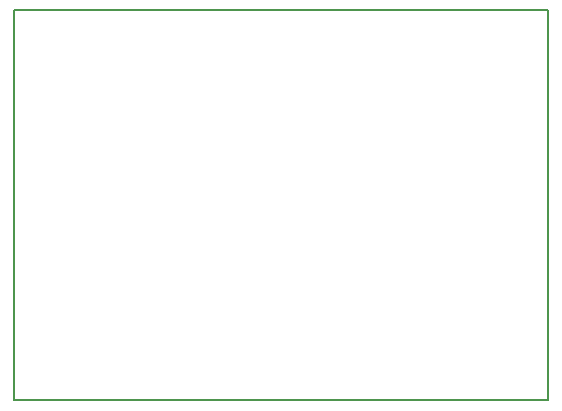
<source format=gbr>
G04 #@! TF.FileFunction,Profile,NP*
%FSLAX46Y46*%
G04 Gerber Fmt 4.6, Leading zero omitted, Abs format (unit mm)*
G04 Created by KiCad (PCBNEW 4.0.1-stable) date 16/02/2016 20:02:07*
%MOMM*%
G01*
G04 APERTURE LIST*
%ADD10C,0.100000*%
%ADD11C,0.150000*%
G04 APERTURE END LIST*
D10*
D11*
X123952000Y-91440000D02*
X169164000Y-91440000D01*
X123952000Y-124460000D02*
X123952000Y-91440000D01*
X169164000Y-124460000D02*
X123952000Y-124460000D01*
X169164000Y-91440000D02*
X169164000Y-124460000D01*
M02*

</source>
